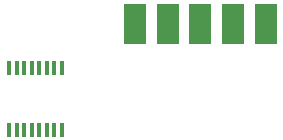
<source format=gtp>
G04 #@! TF.GenerationSoftware,KiCad,Pcbnew,8.0.1*
G04 #@! TF.CreationDate,2024-05-27T02:36:23-05:00*
G04 #@! TF.ProjectId,Minimal-6502,53656172-6c65-4363-9530-322e6b696361,rev?*
G04 #@! TF.SameCoordinates,Original*
G04 #@! TF.FileFunction,Paste,Top*
G04 #@! TF.FilePolarity,Positive*
%FSLAX46Y46*%
G04 Gerber Fmt 4.6, Leading zero omitted, Abs format (unit mm)*
G04 Created by KiCad (PCBNEW 8.0.1) date 2024-05-27 02:36:23*
%MOMM*%
%LPD*%
G01*
G04 APERTURE LIST*
%ADD10R,0.400000X1.200000*%
%ADD11R,1.846667X3.480000*%
G04 APERTURE END LIST*
D10*
X191452501Y-56455000D03*
X190817501Y-56454999D03*
X190182501Y-56455000D03*
X189547501Y-56455000D03*
X188912501Y-56455000D03*
X188277501Y-56455000D03*
X187642501Y-56454999D03*
X187007501Y-56455000D03*
X187007501Y-61655000D03*
X187642501Y-61655001D03*
X188277501Y-61655000D03*
X188912501Y-61655000D03*
X189547501Y-61655000D03*
X190182501Y-61655000D03*
X190817501Y-61655001D03*
X191452501Y-61655000D03*
D11*
X208740000Y-52682500D03*
X205969999Y-52682500D03*
X203199999Y-52682500D03*
X200429999Y-52682500D03*
X197659998Y-52682500D03*
M02*

</source>
